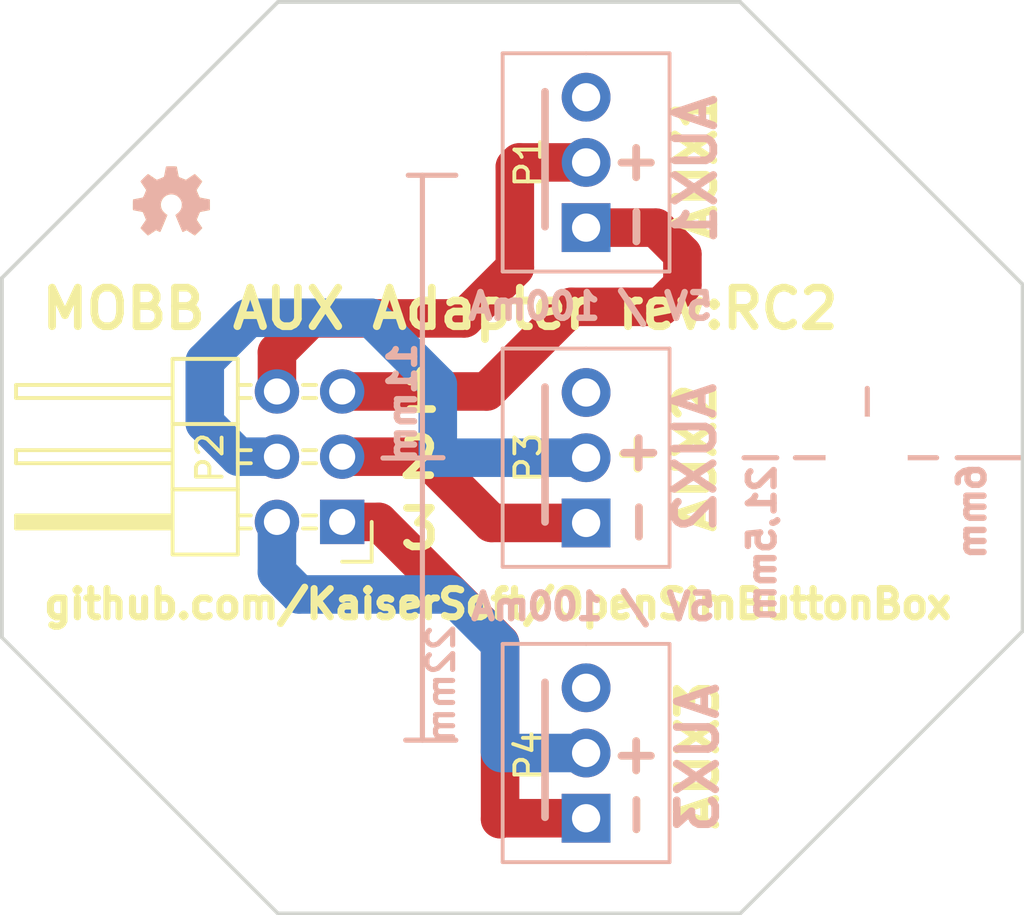
<source format=kicad_pcb>
(kicad_pcb (version 4) (host pcbnew 4.0.4-stable)

  (general
    (links 6)
    (no_connects 0)
    (area 229.924999 122.674999 274.132143 158.325001)
    (thickness 1.6)
    (drawings 46)
    (tracks 39)
    (zones 0)
    (modules 9)
    (nets 7)
  )

  (page A4)
  (layers
    (0 F.Cu signal)
    (31 B.Cu signal)
    (32 B.Adhes user hide)
    (33 F.Adhes user hide)
    (34 B.Paste user hide)
    (35 F.Paste user hide)
    (36 B.SilkS user)
    (37 F.SilkS user)
    (38 B.Mask user)
    (39 F.Mask user)
    (40 Dwgs.User user hide)
    (41 Cmts.User user hide)
    (42 Eco1.User user hide)
    (43 Eco2.User user hide)
    (44 Edge.Cuts user)
    (45 Margin user hide)
    (46 B.CrtYd user hide)
    (47 F.CrtYd user hide)
    (48 B.Fab user hide)
    (49 F.Fab user hide)
  )

  (setup
    (last_trace_width 1.5)
    (trace_clearance 0.6)
    (zone_clearance 0.508)
    (zone_45_only no)
    (trace_min 0.2)
    (segment_width 0.2)
    (edge_width 0.15)
    (via_size 1.2)
    (via_drill 0.9)
    (via_min_size 0.4)
    (via_min_drill 0.3)
    (uvia_size 0.4)
    (uvia_drill 0.3)
    (uvias_allowed no)
    (uvia_min_size 0.2)
    (uvia_min_drill 0.1)
    (pcb_text_width 0.3)
    (pcb_text_size 1.5 1.5)
    (mod_edge_width 0.15)
    (mod_text_size 1 1)
    (mod_text_width 0.15)
    (pad_size 1.9 1.9)
    (pad_drill 1.1)
    (pad_to_mask_clearance 0.2)
    (aux_axis_origin 0 0)
    (visible_elements 7FFFFFFF)
    (pcbplotparams
      (layerselection 0x010f0_80000001)
      (usegerberextensions false)
      (excludeedgelayer true)
      (linewidth 0.100000)
      (plotframeref false)
      (viasonmask false)
      (mode 1)
      (useauxorigin false)
      (hpglpennumber 1)
      (hpglpenspeed 20)
      (hpglpendiameter 15)
      (hpglpenoverlay 2)
      (psnegative false)
      (psa4output false)
      (plotreference true)
      (plotvalue true)
      (plotinvisibletext false)
      (padsonsilk false)
      (subtractmaskfromsilk false)
      (outputformat 1)
      (mirror false)
      (drillshape 0)
      (scaleselection 1)
      (outputdirectory gerber/RC2/))
  )

  (net 0 "")
  (net 1 "Net-(P1-Pad2)")
  (net 2 "Net-(P1-Pad1)")
  (net 3 "Net-(P2-Pad1)")
  (net 4 "Net-(P2-Pad2)")
  (net 5 "Net-(P2-Pad3)")
  (net 6 /+5V)

  (net_class Default "This is the default net class."
    (clearance 0.6)
    (trace_width 1.5)
    (via_dia 1.2)
    (via_drill 0.9)
    (uvia_dia 0.4)
    (uvia_drill 0.3)
    (add_net /+5V)
    (add_net "Net-(P1-Pad1)")
    (add_net "Net-(P1-Pad2)")
    (add_net "Net-(P2-Pad1)")
    (add_net "Net-(P2-Pad2)")
    (add_net "Net-(P2-Pad3)")
  )

  (module Mounting_Holes:MountingHole_3.2mm_M3 (layer F.Cu) (tedit 58359272) (tstamp 58358568)
    (at 264.175 140.5)
    (descr "Mounting Hole 3.2mm, no annular, M3")
    (tags "mounting hole 3.2mm no annular m3")
    (fp_text reference REF** (at 4.15 3.7) (layer F.SilkS) hide
      (effects (font (size 1 1) (thickness 0.15)))
    )
    (fp_text value MountingHole_3.2mm_M3 (at 0 4.2) (layer F.Fab) hide
      (effects (font (size 1 1) (thickness 0.15)))
    )
    (fp_circle (center 0 0) (end 3.2 0) (layer Cmts.User) (width 0.15))
    (fp_circle (center 0 0) (end 3.45 0) (layer F.CrtYd) (width 0.05))
    (pad 1 np_thru_hole circle (at 0 0) (size 3.2 3.2) (drill 3.2) (layers *.Cu *.Mask))
  )

  (module Mounting_Holes:MountingHole_3.2mm_M3 (layer F.Cu) (tedit 5835926E) (tstamp 58358562)
    (at 242.675 151.5)
    (descr "Mounting Hole 3.2mm, no annular, M3")
    (tags "mounting hole 3.2mm no annular m3")
    (fp_text reference REF** (at 3.2 4.5) (layer F.SilkS) hide
      (effects (font (size 1 1) (thickness 0.15)))
    )
    (fp_text value MountingHole_3.2mm_M3 (at 0 4.2) (layer F.Fab) hide
      (effects (font (size 1 1) (thickness 0.15)))
    )
    (fp_circle (center 0 0) (end 3.2 0) (layer Cmts.User) (width 0.15))
    (fp_circle (center 0 0) (end 3.45 0) (layer F.CrtYd) (width 0.05))
    (pad 1 np_thru_hole circle (at 0 0) (size 3.2 3.2) (drill 3.2) (layers *.Cu *.Mask))
  )

  (module MOBB-KiCad-Lib:Molex-KK-1x3P (layer B.Cu) (tedit 587B6FEF) (tstamp 583582E9)
    (at 253.25 129 270)
    (path /5835813A)
    (fp_text reference P1 (at 0 2.25 270) (layer F.SilkS)
      (effects (font (size 1 1) (thickness 0.15)))
    )
    (fp_text value AUX1 (at 0 -4 270) (layer B.Fab) hide
      (effects (font (size 1 1) (thickness 0.15)) (justify mirror))
    )
    (fp_text user S (at -2.54 -1.7 270) (layer B.Fab)
      (effects (font (size 1 1) (thickness 0.15)) (justify mirror))
    )
    (fp_text user + (at 0 -1.6 270) (layer B.Fab)
      (effects (font (size 1 1) (thickness 0.15)) (justify mirror))
    )
    (fp_text user G (at 2.54 -1.89 270) (layer B.Fab)
      (effects (font (size 1 1) (thickness 0.15)) (justify mirror))
    )
    (fp_line (start 2.5 1.6) (end -2.75 1.6) (layer B.SilkS) (width 0.3))
    (fp_line (start -4.25 0) (end -4.25 3.25) (layer B.SilkS) (width 0.15))
    (fp_line (start -4.25 3.25) (end 4.25 3.25) (layer B.SilkS) (width 0.15))
    (fp_line (start 4.25 3.25) (end 4.25 -3.25) (layer B.SilkS) (width 0.15))
    (fp_line (start 4.25 -3.25) (end -4.25 -3.25) (layer B.SilkS) (width 0.15))
    (fp_line (start -4.25 -3.25) (end -4.25 0) (layer B.SilkS) (width 0.15))
    (pad 2 thru_hole circle (at 0 0 270) (size 1.9 1.9) (drill 1.1) (layers *.Cu *.Mask)
      (net 1 "Net-(P1-Pad2)"))
    (pad 3 thru_hole circle (at -2.54 0 270) (size 1.9 1.9) (drill 1.1) (layers *.Cu *.Mask))
    (pad 1 thru_hole rect (at 2.54 0 270) (size 1.9 1.9) (drill 1.1) (layers *.Cu *.Mask)
      (net 2 "Net-(P1-Pad1)"))
  )

  (module Pin_Headers:Pin_Header_Angled_2x03 (layer F.Cu) (tedit 58359296) (tstamp 583582F3)
    (at 243.75 143 180)
    (descr "Through hole pin header")
    (tags "pin header")
    (path /583581DC)
    (fp_text reference P2 (at 5.15 2.5 270) (layer F.SilkS)
      (effects (font (size 1 1) (thickness 0.15)))
    )
    (fp_text value Aux1-3 (at 6.65 2.2 270) (layer F.Fab) hide
      (effects (font (size 1 1) (thickness 0.15)))
    )
    (fp_line (start -1.35 -1.75) (end -1.35 6.85) (layer F.CrtYd) (width 0.05))
    (fp_line (start 13.2 -1.75) (end 13.2 6.85) (layer F.CrtYd) (width 0.05))
    (fp_line (start -1.35 -1.75) (end 13.2 -1.75) (layer F.CrtYd) (width 0.05))
    (fp_line (start -1.35 6.85) (end 13.2 6.85) (layer F.CrtYd) (width 0.05))
    (fp_line (start 1.524 5.334) (end 1.016 5.334) (layer F.SilkS) (width 0.15))
    (fp_line (start 1.524 4.826) (end 1.016 4.826) (layer F.SilkS) (width 0.15))
    (fp_line (start 1.524 2.794) (end 1.016 2.794) (layer F.SilkS) (width 0.15))
    (fp_line (start 1.524 2.286) (end 1.016 2.286) (layer F.SilkS) (width 0.15))
    (fp_line (start 1.524 0.254) (end 1.016 0.254) (layer F.SilkS) (width 0.15))
    (fp_line (start 1.524 -0.254) (end 1.016 -0.254) (layer F.SilkS) (width 0.15))
    (fp_line (start 4.064 2.286) (end 3.556 2.286) (layer F.SilkS) (width 0.15))
    (fp_line (start 4.064 2.794) (end 3.556 2.794) (layer F.SilkS) (width 0.15))
    (fp_line (start 4.064 4.826) (end 3.556 4.826) (layer F.SilkS) (width 0.15))
    (fp_line (start 4.064 5.334) (end 3.556 5.334) (layer F.SilkS) (width 0.15))
    (fp_line (start 4.064 -0.254) (end 3.556 -0.254) (layer F.SilkS) (width 0.15))
    (fp_line (start 4.064 0.254) (end 3.556 0.254) (layer F.SilkS) (width 0.15))
    (fp_line (start 0 -1.55) (end -1.15 -1.55) (layer F.SilkS) (width 0.15))
    (fp_line (start -1.15 -1.55) (end -1.15 0) (layer F.SilkS) (width 0.15))
    (fp_line (start 6.604 -0.127) (end 12.573 -0.127) (layer F.SilkS) (width 0.15))
    (fp_line (start 12.573 -0.127) (end 12.573 0.127) (layer F.SilkS) (width 0.15))
    (fp_line (start 12.573 0.127) (end 6.731 0.127) (layer F.SilkS) (width 0.15))
    (fp_line (start 6.731 0.127) (end 6.731 0) (layer F.SilkS) (width 0.15))
    (fp_line (start 6.731 0) (end 12.573 0) (layer F.SilkS) (width 0.15))
    (fp_line (start 4.064 1.27) (end 4.064 3.81) (layer F.SilkS) (width 0.15))
    (fp_line (start 4.064 3.81) (end 6.604 3.81) (layer F.SilkS) (width 0.15))
    (fp_line (start 6.604 2.286) (end 12.7 2.286) (layer F.SilkS) (width 0.15))
    (fp_line (start 12.7 2.286) (end 12.7 2.794) (layer F.SilkS) (width 0.15))
    (fp_line (start 12.7 2.794) (end 6.604 2.794) (layer F.SilkS) (width 0.15))
    (fp_line (start 6.604 3.81) (end 6.604 1.27) (layer F.SilkS) (width 0.15))
    (fp_line (start 4.064 6.35) (end 6.604 6.35) (layer F.SilkS) (width 0.15))
    (fp_line (start 6.604 6.35) (end 6.604 3.81) (layer F.SilkS) (width 0.15))
    (fp_line (start 12.7 5.334) (end 6.604 5.334) (layer F.SilkS) (width 0.15))
    (fp_line (start 12.7 4.826) (end 12.7 5.334) (layer F.SilkS) (width 0.15))
    (fp_line (start 6.604 4.826) (end 12.7 4.826) (layer F.SilkS) (width 0.15))
    (fp_line (start 4.064 6.35) (end 6.604 6.35) (layer F.SilkS) (width 0.15))
    (fp_line (start 4.064 3.81) (end 4.064 6.35) (layer F.SilkS) (width 0.15))
    (fp_line (start 4.064 3.81) (end 6.604 3.81) (layer F.SilkS) (width 0.15))
    (fp_line (start 4.064 1.27) (end 6.604 1.27) (layer F.SilkS) (width 0.15))
    (fp_line (start 6.604 1.27) (end 6.604 -1.27) (layer F.SilkS) (width 0.15))
    (fp_line (start 12.7 0.254) (end 6.604 0.254) (layer F.SilkS) (width 0.15))
    (fp_line (start 12.7 -0.254) (end 12.7 0.254) (layer F.SilkS) (width 0.15))
    (fp_line (start 6.604 -0.254) (end 12.7 -0.254) (layer F.SilkS) (width 0.15))
    (fp_line (start 4.064 1.27) (end 6.604 1.27) (layer F.SilkS) (width 0.15))
    (fp_line (start 4.064 -1.27) (end 4.064 1.27) (layer F.SilkS) (width 0.15))
    (fp_line (start 4.064 -1.27) (end 6.604 -1.27) (layer F.SilkS) (width 0.15))
    (pad 1 thru_hole rect (at 0 0 180) (size 1.7272 1.7272) (drill 1.016) (layers *.Cu *.Mask)
      (net 3 "Net-(P2-Pad1)"))
    (pad 2 thru_hole oval (at 2.54 0 180) (size 1.7272 1.7272) (drill 1.016) (layers *.Cu *.Mask)
      (net 4 "Net-(P2-Pad2)"))
    (pad 3 thru_hole oval (at 0 2.54 180) (size 1.7272 1.7272) (drill 1.016) (layers *.Cu *.Mask)
      (net 5 "Net-(P2-Pad3)"))
    (pad 4 thru_hole oval (at 2.54 2.54 180) (size 1.7272 1.7272) (drill 1.016) (layers *.Cu *.Mask)
      (net 6 /+5V))
    (pad 5 thru_hole oval (at 0 5.08 180) (size 1.7272 1.7272) (drill 1.016) (layers *.Cu *.Mask)
      (net 2 "Net-(P1-Pad1)"))
    (pad 6 thru_hole oval (at 2.54 5.08 180) (size 1.7272 1.7272) (drill 1.016) (layers *.Cu *.Mask)
      (net 1 "Net-(P1-Pad2)"))
    (model Pin_Headers.3dshapes/Pin_Header_Angled_2x03.wrl
      (at (xyz 0.05 -0.1 0))
      (scale (xyz 1 1 1))
      (rotate (xyz 0 0 90))
    )
  )

  (module MOBB-KiCad-Lib:Molex-KK-1x3P (layer B.Cu) (tedit 587B6FF9) (tstamp 583582FA)
    (at 253.25 140.5 270)
    (path /583580FD)
    (fp_text reference P3 (at 0 2.25 270) (layer F.SilkS)
      (effects (font (size 1 1) (thickness 0.15)))
    )
    (fp_text value AUX2 (at 0 -4 270) (layer B.Fab) hide
      (effects (font (size 1 1) (thickness 0.15)) (justify mirror))
    )
    (fp_text user S (at -2.54 -1.7 270) (layer B.Fab)
      (effects (font (size 1 1) (thickness 0.15)) (justify mirror))
    )
    (fp_text user + (at 0 -1.6 270) (layer B.Fab)
      (effects (font (size 1 1) (thickness 0.15)) (justify mirror))
    )
    (fp_text user G (at 2.54 -1.89 270) (layer B.Fab)
      (effects (font (size 1 1) (thickness 0.15)) (justify mirror))
    )
    (fp_line (start 2.5 1.6) (end -2.75 1.6) (layer B.SilkS) (width 0.3))
    (fp_line (start -4.25 0) (end -4.25 3.25) (layer B.SilkS) (width 0.15))
    (fp_line (start -4.25 3.25) (end 4.25 3.25) (layer B.SilkS) (width 0.15))
    (fp_line (start 4.25 3.25) (end 4.25 -3.25) (layer B.SilkS) (width 0.15))
    (fp_line (start 4.25 -3.25) (end -4.25 -3.25) (layer B.SilkS) (width 0.15))
    (fp_line (start -4.25 -3.25) (end -4.25 0) (layer B.SilkS) (width 0.15))
    (pad 2 thru_hole circle (at 0 0 270) (size 1.9 1.9) (drill 1.1) (layers *.Cu *.Mask)
      (net 6 /+5V))
    (pad 3 thru_hole circle (at -2.54 0 270) (size 1.9 1.9) (drill 1.1) (layers *.Cu *.Mask))
    (pad 1 thru_hole rect (at 2.54 0 270) (size 1.9 1.9) (drill 1.1) (layers *.Cu *.Mask)
      (net 5 "Net-(P2-Pad3)"))
  )

  (module MOBB-KiCad-Lib:Molex-KK-1x3P (layer B.Cu) (tedit 587B7005) (tstamp 58358301)
    (at 253.25 152 270)
    (path /5835809A)
    (fp_text reference P4 (at 0.1 2.25 270) (layer F.SilkS)
      (effects (font (size 1 1) (thickness 0.15)))
    )
    (fp_text value AUX3 (at 0 -4 270) (layer B.Fab) hide
      (effects (font (size 1 1) (thickness 0.15)) (justify mirror))
    )
    (fp_text user S (at -2.54 -1.7 270) (layer B.Fab)
      (effects (font (size 1 1) (thickness 0.15)) (justify mirror))
    )
    (fp_text user + (at 0 -1.6 270) (layer B.Fab)
      (effects (font (size 1 1) (thickness 0.15)) (justify mirror))
    )
    (fp_text user G (at 2.54 -1.89 270) (layer B.Fab)
      (effects (font (size 1 1) (thickness 0.15)) (justify mirror))
    )
    (fp_line (start 2.5 1.6) (end -2.75 1.6) (layer B.SilkS) (width 0.3))
    (fp_line (start -4.25 0) (end -4.25 3.25) (layer B.SilkS) (width 0.15))
    (fp_line (start -4.25 3.25) (end 4.25 3.25) (layer B.SilkS) (width 0.15))
    (fp_line (start 4.25 3.25) (end 4.25 -3.25) (layer B.SilkS) (width 0.15))
    (fp_line (start 4.25 -3.25) (end -4.25 -3.25) (layer B.SilkS) (width 0.15))
    (fp_line (start -4.25 -3.25) (end -4.25 0) (layer B.SilkS) (width 0.15))
    (pad 2 thru_hole circle (at 0 0 270) (size 1.9 1.9) (drill 1.1) (layers *.Cu *.Mask)
      (net 4 "Net-(P2-Pad2)"))
    (pad 3 thru_hole circle (at -2.54 0 270) (size 1.9 1.9) (drill 1.1) (layers *.Cu *.Mask))
    (pad 1 thru_hole rect (at 2.54 0 270) (size 1.9 1.9) (drill 1.1) (layers *.Cu *.Mask)
      (net 3 "Net-(P2-Pad1)"))
  )

  (module Mounting_Holes:MountingHole_3.2mm_M3 (layer F.Cu) (tedit 58359276) (tstamp 58358453)
    (at 242.675 129.5)
    (descr "Mounting Hole 3.2mm, no annular, M3")
    (tags "mounting hole 3.2mm no annular m3")
    (fp_text reference REF** (at 0 -4.2) (layer F.SilkS) hide
      (effects (font (size 1 1) (thickness 0.15)))
    )
    (fp_text value MountingHole_3.2mm_M3 (at 0 4.2) (layer F.Fab) hide
      (effects (font (size 1 1) (thickness 0.15)))
    )
    (fp_circle (center 0 0) (end 3.2 0) (layer Cmts.User) (width 0.15))
    (fp_circle (center 0 0) (end 3.45 0) (layer F.CrtYd) (width 0.05))
    (pad 1 np_thru_hole circle (at 0 0) (size 3.2 3.2) (drill 3.2) (layers *.Cu *.Mask))
  )

  (module MOBB-KiCad-Lib:OPEN_HW_LOGO_3MM (layer F.Cu) (tedit 0) (tstamp 5835918E)
    (at 237.1 130.5)
    (fp_text reference G*** (at 0 1.59004) (layer F.SilkS) hide
      (effects (font (size 0.13462 0.13462) (thickness 0.0254)))
    )
    (fp_text value LOGO (at 0 -1.59004) (layer F.SilkS) hide
      (effects (font (size 0.13462 0.13462) (thickness 0.0254)))
    )
    (fp_poly (pts (xy -0.90932 1.3462) (xy -0.89154 1.33858) (xy -0.85852 1.31572) (xy -0.80772 1.2827)
      (xy -0.7493 1.2446) (xy -0.68834 1.20396) (xy -0.64008 1.17094) (xy -0.60452 1.14808)
      (xy -0.59182 1.14046) (xy -0.5842 1.143) (xy -0.55626 1.15824) (xy -0.51562 1.17856)
      (xy -0.49022 1.19126) (xy -0.45212 1.2065) (xy -0.43434 1.21158) (xy -0.4318 1.2065)
      (xy -0.41656 1.17602) (xy -0.39624 1.12776) (xy -0.3683 1.06172) (xy -0.33528 0.98552)
      (xy -0.29972 0.90424) (xy -0.2667 0.82042) (xy -0.23368 0.74168) (xy -0.2032 0.66802)
      (xy -0.18034 0.6096) (xy -0.1651 0.56896) (xy -0.15748 0.55118) (xy -0.16002 0.54864)
      (xy -0.1778 0.53086) (xy -0.21082 0.50546) (xy -0.28194 0.44704) (xy -0.35306 0.36068)
      (xy -0.39624 0.26162) (xy -0.40894 0.14986) (xy -0.39878 0.04826) (xy -0.35814 -0.04826)
      (xy -0.28956 -0.13716) (xy -0.20574 -0.2032) (xy -0.10922 -0.24384) (xy 0 -0.25654)
      (xy 0.10414 -0.24638) (xy 0.2032 -0.20574) (xy 0.2921 -0.1397) (xy 0.3302 -0.09652)
      (xy 0.381 -0.00508) (xy 0.41148 0.0889) (xy 0.41402 0.11176) (xy 0.40894 0.21844)
      (xy 0.37846 0.32004) (xy 0.32258 0.40894) (xy 0.24638 0.4826) (xy 0.23622 0.49022)
      (xy 0.20066 0.51816) (xy 0.17526 0.53594) (xy 0.15748 0.55118) (xy 0.2921 0.87376)
      (xy 0.31242 0.92456) (xy 0.35052 1.01346) (xy 0.381 1.08966) (xy 0.40894 1.15062)
      (xy 0.42672 1.19126) (xy 0.43434 1.2065) (xy 0.43434 1.2065) (xy 0.44704 1.20904)
      (xy 0.4699 1.20142) (xy 0.51562 1.17856) (xy 0.5461 1.16332) (xy 0.57912 1.14808)
      (xy 0.59436 1.14046) (xy 0.6096 1.14808) (xy 0.64262 1.1684) (xy 0.68834 1.20142)
      (xy 0.74676 1.23952) (xy 0.80264 1.27762) (xy 0.85344 1.31064) (xy 0.889 1.33604)
      (xy 0.90678 1.34366) (xy 0.90932 1.34366) (xy 0.9271 1.33604) (xy 0.95504 1.31064)
      (xy 0.99822 1.27) (xy 1.06172 1.20904) (xy 1.07188 1.19888) (xy 1.12268 1.14808)
      (xy 1.16332 1.10236) (xy 1.19126 1.07188) (xy 1.20142 1.05918) (xy 1.20142 1.05918)
      (xy 1.19126 1.0414) (xy 1.1684 1.0033) (xy 1.13538 0.9525) (xy 1.09474 0.89154)
      (xy 0.98806 0.7366) (xy 1.04648 0.59182) (xy 1.06426 0.5461) (xy 1.08712 0.49022)
      (xy 1.1049 0.45212) (xy 1.11252 0.43434) (xy 1.1303 0.42926) (xy 1.1684 0.4191)
      (xy 1.22682 0.40894) (xy 1.29794 0.39624) (xy 1.36398 0.38354) (xy 1.4224 0.37084)
      (xy 1.46558 0.36322) (xy 1.4859 0.36068) (xy 1.49098 0.3556) (xy 1.49352 0.34798)
      (xy 1.49606 0.32766) (xy 1.4986 0.28956) (xy 1.4986 0.23368) (xy 1.4986 0.14986)
      (xy 1.4986 0.14224) (xy 1.4986 0.0635) (xy 1.49606 0) (xy 1.49352 -0.0381)
      (xy 1.49098 -0.05588) (xy 1.49098 -0.05588) (xy 1.4732 -0.06096) (xy 1.43002 -0.06858)
      (xy 1.3716 -0.08128) (xy 1.30048 -0.09398) (xy 1.2954 -0.09398) (xy 1.22428 -0.10922)
      (xy 1.16586 -0.12192) (xy 1.12268 -0.12954) (xy 1.1049 -0.13716) (xy 1.10236 -0.14224)
      (xy 1.08712 -0.17018) (xy 1.0668 -0.21336) (xy 1.04394 -0.2667) (xy 1.02108 -0.32258)
      (xy 1.00076 -0.37338) (xy 0.98806 -0.40894) (xy 0.98298 -0.42672) (xy 0.98298 -0.42672)
      (xy 0.99314 -0.4445) (xy 1.01854 -0.48006) (xy 1.0541 -0.53086) (xy 1.09474 -0.59182)
      (xy 1.09728 -0.5969) (xy 1.13792 -0.65786) (xy 1.17094 -0.70866) (xy 1.1938 -0.74422)
      (xy 1.20142 -0.75946) (xy 1.20142 -0.762) (xy 1.18872 -0.77978) (xy 1.15824 -0.8128)
      (xy 1.11252 -0.85852) (xy 1.06172 -0.91186) (xy 1.04394 -0.9271) (xy 0.98552 -0.98552)
      (xy 0.94488 -1.02108) (xy 0.91948 -1.0414) (xy 0.90932 -1.04648) (xy 0.90678 -1.04648)
      (xy 0.889 -1.03632) (xy 0.8509 -1.01092) (xy 0.8001 -0.97536) (xy 0.73914 -0.93472)
      (xy 0.7366 -0.93218) (xy 0.67564 -0.89154) (xy 0.62484 -0.85598) (xy 0.58928 -0.83312)
      (xy 0.57404 -0.8255) (xy 0.5715 -0.8255) (xy 0.54864 -0.83058) (xy 0.50546 -0.84582)
      (xy 0.45212 -0.86614) (xy 0.39624 -0.889) (xy 0.34544 -0.90932) (xy 0.30988 -0.9271)
      (xy 0.2921 -0.93726) (xy 0.28956 -0.93726) (xy 0.28448 -0.96012) (xy 0.27432 -1.00584)
      (xy 0.26162 -1.0668) (xy 0.24638 -1.14046) (xy 0.24384 -1.15062) (xy 0.23114 -1.22428)
      (xy 0.22098 -1.2827) (xy 0.21082 -1.32334) (xy 0.20828 -1.34112) (xy 0.19812 -1.34112)
      (xy 0.16256 -1.34366) (xy 0.10922 -1.3462) (xy 0.04318 -1.3462) (xy -0.02286 -1.3462)
      (xy -0.0889 -1.3462) (xy -0.14478 -1.34366) (xy -0.18542 -1.34112) (xy -0.2032 -1.33604)
      (xy -0.2032 -1.33604) (xy -0.20828 -1.31318) (xy -0.21844 -1.27) (xy -0.23114 -1.2065)
      (xy -0.24638 -1.13284) (xy -0.24892 -1.12014) (xy -0.26162 -1.04902) (xy -0.27432 -0.9906)
      (xy -0.28194 -0.94996) (xy -0.28702 -0.93472) (xy -0.2921 -0.93218) (xy -0.32258 -0.91694)
      (xy -0.37084 -0.89916) (xy -0.42926 -0.87376) (xy -0.56642 -0.81788) (xy -0.73406 -0.93472)
      (xy -0.7493 -0.94488) (xy -0.81026 -0.98552) (xy -0.86106 -1.01854) (xy -0.89662 -1.0414)
      (xy -0.90932 -1.04902) (xy -0.91186 -1.04902) (xy -0.9271 -1.03378) (xy -0.96012 -1.0033)
      (xy -1.00584 -0.95758) (xy -1.05918 -0.90678) (xy -1.09982 -0.86614) (xy -1.14554 -0.82042)
      (xy -1.17348 -0.7874) (xy -1.19126 -0.76708) (xy -1.19634 -0.75438) (xy -1.1938 -0.74676)
      (xy -1.18364 -0.72898) (xy -1.15824 -0.69342) (xy -1.12522 -0.64008) (xy -1.08458 -0.58166)
      (xy -1.04902 -0.53086) (xy -1.01346 -0.47498) (xy -0.9906 -0.43434) (xy -0.98044 -0.41656)
      (xy -0.98298 -0.4064) (xy -0.99568 -0.37338) (xy -1.016 -0.32512) (xy -1.0414 -0.26416)
      (xy -1.09982 -0.13208) (xy -1.18618 -0.1143) (xy -1.23952 -0.10414) (xy -1.31318 -0.09144)
      (xy -1.3843 -0.0762) (xy -1.49606 -0.05588) (xy -1.4986 0.34798) (xy -1.48082 0.3556)
      (xy -1.46558 0.36068) (xy -1.42494 0.37084) (xy -1.36652 0.381) (xy -1.29794 0.3937)
      (xy -1.23698 0.4064) (xy -1.17856 0.41656) (xy -1.13538 0.42418) (xy -1.1176 0.42926)
      (xy -1.11252 0.43434) (xy -1.09728 0.46482) (xy -1.07696 0.51054) (xy -1.0541 0.56388)
      (xy -1.0287 0.6223) (xy -1.00838 0.6731) (xy -0.99314 0.71374) (xy -0.98806 0.73406)
      (xy -0.99568 0.7493) (xy -1.01854 0.78486) (xy -1.05156 0.83566) (xy -1.0922 0.89408)
      (xy -1.13284 0.9525) (xy -1.16586 1.0033) (xy -1.19126 1.03886) (xy -1.19888 1.05664)
      (xy -1.1938 1.0668) (xy -1.17094 1.09474) (xy -1.12776 1.14046) (xy -1.06172 1.2065)
      (xy -1.04902 1.21666) (xy -0.99822 1.26746) (xy -0.9525 1.3081) (xy -0.92202 1.33604)
      (xy -0.90932 1.3462)) (layer F.SilkS) (width 0.00254))
  )

  (module MOBB-KiCad-Lib:OPEN_HW_LOGO_3MM (layer B.Cu) (tedit 0) (tstamp 58359227)
    (at 237.1 130.5 180)
    (fp_text reference G*** (at 0 -1.59004 180) (layer B.SilkS) hide
      (effects (font (size 0.13462 0.13462) (thickness 0.0254)) (justify mirror))
    )
    (fp_text value LOGO (at 0 1.59004 180) (layer B.SilkS) hide
      (effects (font (size 0.13462 0.13462) (thickness 0.0254)) (justify mirror))
    )
    (fp_poly (pts (xy -0.90932 -1.3462) (xy -0.89154 -1.33858) (xy -0.85852 -1.31572) (xy -0.80772 -1.2827)
      (xy -0.7493 -1.2446) (xy -0.68834 -1.20396) (xy -0.64008 -1.17094) (xy -0.60452 -1.14808)
      (xy -0.59182 -1.14046) (xy -0.5842 -1.143) (xy -0.55626 -1.15824) (xy -0.51562 -1.17856)
      (xy -0.49022 -1.19126) (xy -0.45212 -1.2065) (xy -0.43434 -1.21158) (xy -0.4318 -1.2065)
      (xy -0.41656 -1.17602) (xy -0.39624 -1.12776) (xy -0.3683 -1.06172) (xy -0.33528 -0.98552)
      (xy -0.29972 -0.90424) (xy -0.2667 -0.82042) (xy -0.23368 -0.74168) (xy -0.2032 -0.66802)
      (xy -0.18034 -0.6096) (xy -0.1651 -0.56896) (xy -0.15748 -0.55118) (xy -0.16002 -0.54864)
      (xy -0.1778 -0.53086) (xy -0.21082 -0.50546) (xy -0.28194 -0.44704) (xy -0.35306 -0.36068)
      (xy -0.39624 -0.26162) (xy -0.40894 -0.14986) (xy -0.39878 -0.04826) (xy -0.35814 0.04826)
      (xy -0.28956 0.13716) (xy -0.20574 0.2032) (xy -0.10922 0.24384) (xy 0 0.25654)
      (xy 0.10414 0.24638) (xy 0.2032 0.20574) (xy 0.2921 0.1397) (xy 0.3302 0.09652)
      (xy 0.381 0.00508) (xy 0.41148 -0.0889) (xy 0.41402 -0.11176) (xy 0.40894 -0.21844)
      (xy 0.37846 -0.32004) (xy 0.32258 -0.40894) (xy 0.24638 -0.4826) (xy 0.23622 -0.49022)
      (xy 0.20066 -0.51816) (xy 0.17526 -0.53594) (xy 0.15748 -0.55118) (xy 0.2921 -0.87376)
      (xy 0.31242 -0.92456) (xy 0.35052 -1.01346) (xy 0.381 -1.08966) (xy 0.40894 -1.15062)
      (xy 0.42672 -1.19126) (xy 0.43434 -1.2065) (xy 0.43434 -1.2065) (xy 0.44704 -1.20904)
      (xy 0.4699 -1.20142) (xy 0.51562 -1.17856) (xy 0.5461 -1.16332) (xy 0.57912 -1.14808)
      (xy 0.59436 -1.14046) (xy 0.6096 -1.14808) (xy 0.64262 -1.1684) (xy 0.68834 -1.20142)
      (xy 0.74676 -1.23952) (xy 0.80264 -1.27762) (xy 0.85344 -1.31064) (xy 0.889 -1.33604)
      (xy 0.90678 -1.34366) (xy 0.90932 -1.34366) (xy 0.9271 -1.33604) (xy 0.95504 -1.31064)
      (xy 0.99822 -1.27) (xy 1.06172 -1.20904) (xy 1.07188 -1.19888) (xy 1.12268 -1.14808)
      (xy 1.16332 -1.10236) (xy 1.19126 -1.07188) (xy 1.20142 -1.05918) (xy 1.20142 -1.05918)
      (xy 1.19126 -1.0414) (xy 1.1684 -1.0033) (xy 1.13538 -0.9525) (xy 1.09474 -0.89154)
      (xy 0.98806 -0.7366) (xy 1.04648 -0.59182) (xy 1.06426 -0.5461) (xy 1.08712 -0.49022)
      (xy 1.1049 -0.45212) (xy 1.11252 -0.43434) (xy 1.1303 -0.42926) (xy 1.1684 -0.4191)
      (xy 1.22682 -0.40894) (xy 1.29794 -0.39624) (xy 1.36398 -0.38354) (xy 1.4224 -0.37084)
      (xy 1.46558 -0.36322) (xy 1.4859 -0.36068) (xy 1.49098 -0.3556) (xy 1.49352 -0.34798)
      (xy 1.49606 -0.32766) (xy 1.4986 -0.28956) (xy 1.4986 -0.23368) (xy 1.4986 -0.14986)
      (xy 1.4986 -0.14224) (xy 1.4986 -0.0635) (xy 1.49606 0) (xy 1.49352 0.0381)
      (xy 1.49098 0.05588) (xy 1.49098 0.05588) (xy 1.4732 0.06096) (xy 1.43002 0.06858)
      (xy 1.3716 0.08128) (xy 1.30048 0.09398) (xy 1.2954 0.09398) (xy 1.22428 0.10922)
      (xy 1.16586 0.12192) (xy 1.12268 0.12954) (xy 1.1049 0.13716) (xy 1.10236 0.14224)
      (xy 1.08712 0.17018) (xy 1.0668 0.21336) (xy 1.04394 0.2667) (xy 1.02108 0.32258)
      (xy 1.00076 0.37338) (xy 0.98806 0.40894) (xy 0.98298 0.42672) (xy 0.98298 0.42672)
      (xy 0.99314 0.4445) (xy 1.01854 0.48006) (xy 1.0541 0.53086) (xy 1.09474 0.59182)
      (xy 1.09728 0.5969) (xy 1.13792 0.65786) (xy 1.17094 0.70866) (xy 1.1938 0.74422)
      (xy 1.20142 0.75946) (xy 1.20142 0.762) (xy 1.18872 0.77978) (xy 1.15824 0.8128)
      (xy 1.11252 0.85852) (xy 1.06172 0.91186) (xy 1.04394 0.9271) (xy 0.98552 0.98552)
      (xy 0.94488 1.02108) (xy 0.91948 1.0414) (xy 0.90932 1.04648) (xy 0.90678 1.04648)
      (xy 0.889 1.03632) (xy 0.8509 1.01092) (xy 0.8001 0.97536) (xy 0.73914 0.93472)
      (xy 0.7366 0.93218) (xy 0.67564 0.89154) (xy 0.62484 0.85598) (xy 0.58928 0.83312)
      (xy 0.57404 0.8255) (xy 0.5715 0.8255) (xy 0.54864 0.83058) (xy 0.50546 0.84582)
      (xy 0.45212 0.86614) (xy 0.39624 0.889) (xy 0.34544 0.90932) (xy 0.30988 0.9271)
      (xy 0.2921 0.93726) (xy 0.28956 0.93726) (xy 0.28448 0.96012) (xy 0.27432 1.00584)
      (xy 0.26162 1.0668) (xy 0.24638 1.14046) (xy 0.24384 1.15062) (xy 0.23114 1.22428)
      (xy 0.22098 1.2827) (xy 0.21082 1.32334) (xy 0.20828 1.34112) (xy 0.19812 1.34112)
      (xy 0.16256 1.34366) (xy 0.10922 1.3462) (xy 0.04318 1.3462) (xy -0.02286 1.3462)
      (xy -0.0889 1.3462) (xy -0.14478 1.34366) (xy -0.18542 1.34112) (xy -0.2032 1.33604)
      (xy -0.2032 1.33604) (xy -0.20828 1.31318) (xy -0.21844 1.27) (xy -0.23114 1.2065)
      (xy -0.24638 1.13284) (xy -0.24892 1.12014) (xy -0.26162 1.04902) (xy -0.27432 0.9906)
      (xy -0.28194 0.94996) (xy -0.28702 0.93472) (xy -0.2921 0.93218) (xy -0.32258 0.91694)
      (xy -0.37084 0.89916) (xy -0.42926 0.87376) (xy -0.56642 0.81788) (xy -0.73406 0.93472)
      (xy -0.7493 0.94488) (xy -0.81026 0.98552) (xy -0.86106 1.01854) (xy -0.89662 1.0414)
      (xy -0.90932 1.04902) (xy -0.91186 1.04902) (xy -0.9271 1.03378) (xy -0.96012 1.0033)
      (xy -1.00584 0.95758) (xy -1.05918 0.90678) (xy -1.09982 0.86614) (xy -1.14554 0.82042)
      (xy -1.17348 0.7874) (xy -1.19126 0.76708) (xy -1.19634 0.75438) (xy -1.1938 0.74676)
      (xy -1.18364 0.72898) (xy -1.15824 0.69342) (xy -1.12522 0.64008) (xy -1.08458 0.58166)
      (xy -1.04902 0.53086) (xy -1.01346 0.47498) (xy -0.9906 0.43434) (xy -0.98044 0.41656)
      (xy -0.98298 0.4064) (xy -0.99568 0.37338) (xy -1.016 0.32512) (xy -1.0414 0.26416)
      (xy -1.09982 0.13208) (xy -1.18618 0.1143) (xy -1.23952 0.10414) (xy -1.31318 0.09144)
      (xy -1.3843 0.0762) (xy -1.49606 0.05588) (xy -1.4986 -0.34798) (xy -1.48082 -0.3556)
      (xy -1.46558 -0.36068) (xy -1.42494 -0.37084) (xy -1.36652 -0.381) (xy -1.29794 -0.3937)
      (xy -1.23698 -0.4064) (xy -1.17856 -0.41656) (xy -1.13538 -0.42418) (xy -1.1176 -0.42926)
      (xy -1.11252 -0.43434) (xy -1.09728 -0.46482) (xy -1.07696 -0.51054) (xy -1.0541 -0.56388)
      (xy -1.0287 -0.6223) (xy -1.00838 -0.6731) (xy -0.99314 -0.71374) (xy -0.98806 -0.73406)
      (xy -0.99568 -0.7493) (xy -1.01854 -0.78486) (xy -1.05156 -0.83566) (xy -1.0922 -0.89408)
      (xy -1.13284 -0.9525) (xy -1.16586 -1.0033) (xy -1.19126 -1.03886) (xy -1.19888 -1.05664)
      (xy -1.1938 -1.0668) (xy -1.17094 -1.09474) (xy -1.12776 -1.14046) (xy -1.06172 -1.2065)
      (xy -1.04902 -1.21666) (xy -0.99822 -1.26746) (xy -0.9525 -1.3081) (xy -0.92202 -1.33604)
      (xy -0.90932 -1.3462)) (layer B.SilkS) (width 0.00254))
  )

  (gr_line (start 264.2 140.5) (end 264.2 137.8) (angle 90) (layer B.SilkS) (width 0.2))
  (gr_line (start 261.4 140.5) (end 266.9 140.5) (angle 90) (layer B.SilkS) (width 0.2))
  (gr_line (start 246.7864 140.5128) (end 245.3386 140.5128) (angle 90) (layer B.SilkS) (width 0.2))
  (gr_text 6mm (at 268.275 140.625 90) (layer B.SilkS)
    (effects (font (size 1 1) (thickness 0.25)) (justify left mirror))
  )
  (gr_line (start 270.175 140.5) (end 267.7 140.5) (angle 90) (layer B.SilkS) (width 0.2))
  (gr_line (start 260.675 140.5) (end 259.4 140.5) (angle 90) (layer B.SilkS) (width 0.2))
  (gr_text 21,5mm (at 260.1 140.675 90) (layer B.SilkS)
    (effects (font (size 1 1) (thickness 0.25)) (justify left mirror))
  )
  (gr_text 11mm (at 246.1006 135.9154 90) (layer B.SilkS)
    (effects (font (size 1 1) (thickness 0.25)) (justify left mirror))
  )
  (gr_line (start 246.875 140.5) (end 247.675 140.5) (angle 90) (layer B.SilkS) (width 0.2))
  (gr_text 22mm (at 247.6 146.9 90) (layer B.SilkS)
    (effects (font (size 1 1) (thickness 0.2)) (justify left mirror))
  )
  (gr_line (start 248.175 151.5) (end 246.225 151.5) (angle 90) (layer B.SilkS) (width 0.2))
  (gr_line (start 246.875 129.5) (end 246.875 151.5) (angle 90) (layer B.SilkS) (width 0.2))
  (gr_line (start 246.325 129.5) (end 248.175 129.5) (angle 90) (layer B.SilkS) (width 0.2))
  (gr_text "5V / 100mA" (at 258.4 146.3) (layer B.SilkS)
    (effects (font (size 1 1) (thickness 0.25)) (justify left mirror))
  )
  (gr_text "5V / 100mA" (at 258.3 134.6) (layer B.SilkS)
    (effects (font (size 1 1) (thickness 0.25)) (justify left mirror))
  )
  (gr_text github.com/KaiserSoft/OpenSimButtonBox (at 232 146.2) (layer F.SilkS)
    (effects (font (size 1.1 1.1) (thickness 0.275)) (justify left))
  )
  (gr_text "MOBB AUX Adapter rev:RC2" (at 231.9 134.7) (layer F.SilkS)
    (effects (font (size 1.5 1.5) (thickness 0.3)) (justify left))
  )
  (gr_text AUX3 (at 257.6 152.075 90) (layer F.SilkS)
    (effects (font (size 1.5 1.5) (thickness 0.3)))
  )
  (gr_text + (at 255.2 128.9) (layer B.SilkS)
    (effects (font (size 1.5 1.5) (thickness 0.3)))
  )
  (gr_text + (at 255.2 128.9) (layer F.SilkS)
    (effects (font (size 1.5 1.5) (thickness 0.3)))
  )
  (gr_text - (at 255.1 131.5 90) (layer B.SilkS)
    (effects (font (size 1.5 1.5) (thickness 0.3)))
  )
  (gr_text - (at 255.1 131.5 90) (layer F.SilkS)
    (effects (font (size 1.5 1.5) (thickness 0.3)))
  )
  (gr_text - (at 255.1 154.4 90) (layer B.SilkS)
    (effects (font (size 1.5 1.5) (thickness 0.3)))
  )
  (gr_text - (at 255.1 154.4 90) (layer F.SilkS)
    (effects (font (size 1.5 1.5) (thickness 0.3)))
  )
  (gr_text + (at 255.2 152) (layer B.SilkS)
    (effects (font (size 1.5 1.5) (thickness 0.3)))
  )
  (gr_text + (at 255.2 152) (layer F.SilkS)
    (effects (font (size 1.5 1.5) (thickness 0.3)))
  )
  (gr_text - (at 255.2 143 90) (layer B.SilkS)
    (effects (font (size 1.5 1.5) (thickness 0.3)))
  )
  (gr_text + (at 255.3 140.2) (layer B.SilkS)
    (effects (font (size 1.5 1.5) (thickness 0.3)))
  )
  (gr_text - (at 255.2 143 90) (layer F.SilkS)
    (effects (font (size 1.5 1.5) (thickness 0.3)))
  )
  (gr_text + (at 255.25 140.25) (layer F.SilkS)
    (effects (font (size 1.5 1.5) (thickness 0.3)))
  )
  (gr_line (start 259.25 122.75) (end 241.25 122.75) (angle 90) (layer Edge.Cuts) (width 0.15))
  (gr_line (start 230.5 147.5) (end 230.5 133.5) (angle 90) (layer Edge.Cuts) (width 0.15))
  (gr_line (start 259.25 158.25) (end 241.25 158.25) (angle 90) (layer Edge.Cuts) (width 0.15))
  (gr_line (start 270.25 133.75) (end 270.25 147.25) (angle 90) (layer Edge.Cuts) (width 0.15))
  (gr_line (start 259.25 122.75) (end 270.25 133.75) (angle 90) (layer Edge.Cuts) (width 0.15))
  (gr_line (start 241.25 122.75) (end 230.5 133.5) (angle 90) (layer Edge.Cuts) (width 0.15))
  (gr_line (start 241.25 158.25) (end 230.5 147.5) (angle 90) (layer Edge.Cuts) (width 0.15))
  (gr_line (start 259.25 158.25) (end 270.25 147.25) (angle 90) (layer Edge.Cuts) (width 0.15))
  (gr_text AUX1 (at 257.525 129.275 90) (layer B.SilkS)
    (effects (font (size 1.5 1.5) (thickness 0.3)) (justify mirror))
  )
  (gr_text AUX1 (at 257.525 129.125 90) (layer F.SilkS)
    (effects (font (size 1.5 1.5) (thickness 0.3)))
  )
  (gr_text AUX2 (at 257.5 140.5 90) (layer B.SilkS)
    (effects (font (size 1.5 1.5) (thickness 0.3)) (justify mirror))
  )
  (gr_text AUX2 (at 257.5 140.5 90) (layer F.SilkS)
    (effects (font (size 1.5 1.5) (thickness 0.3)))
  )
  (gr_text AUX3 (at 257.6 152.2 90) (layer B.SilkS)
    (effects (font (size 1.5 1.5) (thickness 0.3)) (justify mirror))
  )
  (gr_text 3 (at 246.775 143.275) (layer F.SilkS)
    (effects (font (size 1.5 1.5) (thickness 0.3)))
  )
  (gr_text 2 (at 246.75 140.5) (layer F.SilkS)
    (effects (font (size 1.5 1.5) (thickness 0.3)))
  )
  (gr_text 1 (at 246.825 137.925) (layer F.SilkS)
    (effects (font (size 1.5 1.5) (thickness 0.3)))
  )

  (segment (start 241.21 137.92) (end 241.21 136.39) (width 1.5) (layer F.Cu) (net 1))
  (segment (start 241.21 136.39) (end 242.525 135.075) (width 1.5) (layer F.Cu) (net 1) (tstamp 5835A020))
  (segment (start 242.525 135.075) (end 248.5 135.075) (width 1.5) (layer F.Cu) (net 1) (tstamp 5835A024))
  (segment (start 248.5 135.075) (end 250.475 133.1) (width 1.5) (layer F.Cu) (net 1) (tstamp 5835A027))
  (segment (start 250.475 133.1) (end 250.475 129.175) (width 1.5) (layer F.Cu) (net 1) (tstamp 5835A02D))
  (segment (start 250.475 129.175) (end 250.65 129) (width 1.5) (layer F.Cu) (net 1) (tstamp 5835A02F))
  (segment (start 250.65 129) (end 253.25 129) (width 1.5) (layer F.Cu) (net 1) (tstamp 5835A034))
  (segment (start 254.775 134.625) (end 256.15 134.625) (width 1.5) (layer F.Cu) (net 2))
  (segment (start 256.15 134.625) (end 257 133.775) (width 1.5) (layer F.Cu) (net 2) (tstamp 5835A010))
  (segment (start 257 133.775) (end 257 132.575) (width 1.5) (layer F.Cu) (net 2) (tstamp 5835A013))
  (segment (start 257 132.575) (end 255.965 131.54) (width 1.5) (layer F.Cu) (net 2) (tstamp 5835A015))
  (segment (start 255.965 131.54) (end 253.25 131.54) (width 1.5) (layer F.Cu) (net 2) (tstamp 5835A017))
  (segment (start 243.75 137.92) (end 249.38 137.92) (width 1.5) (layer F.Cu) (net 2))
  (segment (start 249.38 137.92) (end 252.675 134.625) (width 1.5) (layer F.Cu) (net 2) (tstamp 58359FDA))
  (segment (start 252.675 134.625) (end 254.775 134.625) (width 1.5) (layer F.Cu) (net 2) (tstamp 58359FE5))
  (segment (start 243.75 137.92) (end 243.83 137.92) (width 1) (layer F.Cu) (net 2))
  (segment (start 243.75 143) (end 245.175 143) (width 1.5) (layer F.Cu) (net 3))
  (segment (start 249.935 154.54) (end 253.25 154.54) (width 1.5) (layer F.Cu) (net 3) (tstamp 5835A0CC))
  (segment (start 249.9 154.575) (end 249.935 154.54) (width 1.5) (layer F.Cu) (net 3) (tstamp 5835A0CA))
  (segment (start 249.9 147.725) (end 249.9 154.575) (width 1.5) (layer F.Cu) (net 3) (tstamp 5835A0BC))
  (segment (start 245.175 143) (end 249.9 147.725) (width 1.5) (layer F.Cu) (net 3) (tstamp 5835A09B))
  (segment (start 241.21 143) (end 241.21 144.96) (width 1.5) (layer B.Cu) (net 4))
  (segment (start 249.95 152) (end 253.25 152) (width 1.5) (layer B.Cu) (net 4) (tstamp 5835A0E7))
  (segment (start 249.9 151.95) (end 249.95 152) (width 1.5) (layer B.Cu) (net 4) (tstamp 5835A0E6))
  (segment (start 249.9 147.75) (end 249.9 151.95) (width 1.5) (layer B.Cu) (net 4) (tstamp 5835A0E1))
  (segment (start 247.975 145.825) (end 249.9 147.75) (width 1.5) (layer B.Cu) (net 4) (tstamp 5835A0DE))
  (segment (start 242.075 145.825) (end 247.975 145.825) (width 1.5) (layer B.Cu) (net 4) (tstamp 5835A0D8))
  (segment (start 241.21 144.96) (end 242.075 145.825) (width 1.5) (layer B.Cu) (net 4) (tstamp 5835A0D3))
  (segment (start 243.75 140.46) (end 246.985 140.46) (width 1.5) (layer F.Cu) (net 5))
  (segment (start 246.985 140.46) (end 249.565 143.04) (width 1.5) (layer F.Cu) (net 5) (tstamp 5835A088))
  (segment (start 249.565 143.04) (end 253.25 143.04) (width 1.5) (layer F.Cu) (net 5) (tstamp 5835A08C))
  (segment (start 241.21 140.46) (end 239.71 140.46) (width 1.5) (layer B.Cu) (net 6))
  (segment (start 239.71 140.46) (end 238.4 139.15) (width 1.5) (layer B.Cu) (net 6) (tstamp 5835A053))
  (segment (start 238.4 139.15) (end 238.4 136.75) (width 1.5) (layer B.Cu) (net 6) (tstamp 5835A057))
  (segment (start 238.4 136.75) (end 240.1 135.05) (width 1.5) (layer B.Cu) (net 6) (tstamp 5835A05A))
  (segment (start 240.1 135.05) (end 244.875 135.05) (width 1.5) (layer B.Cu) (net 6) (tstamp 5835A05D))
  (segment (start 244.875 135.05) (end 247.475 137.65) (width 1.5) (layer B.Cu) (net 6) (tstamp 5835A062))
  (segment (start 247.475 137.65) (end 247.475 140.5) (width 1.5) (layer B.Cu) (net 6) (tstamp 5835A066))
  (segment (start 247.475 140.5) (end 253.25 140.5) (width 1.5) (layer B.Cu) (net 6) (tstamp 5835A06C))

)

</source>
